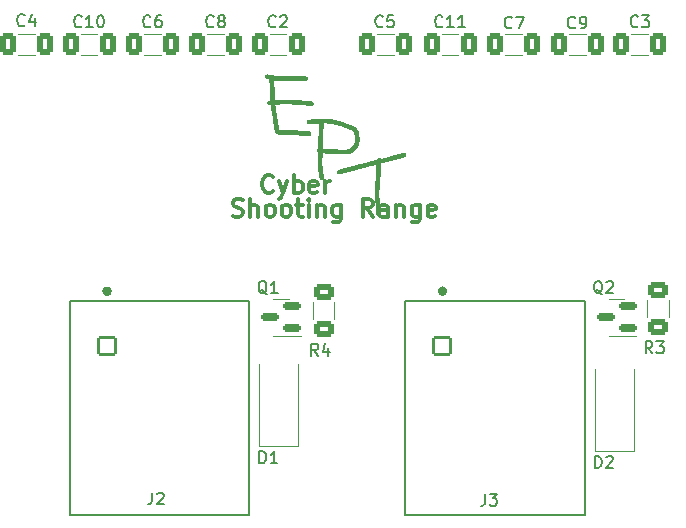
<source format=gto>
G04 #@! TF.GenerationSoftware,KiCad,Pcbnew,6.0.11+dfsg-1*
G04 #@! TF.CreationDate,2025-03-22T20:51:54+01:00*
G04 #@! TF.ProjectId,shootingrangepcb,73686f6f-7469-46e6-9772-616e67657063,rev?*
G04 #@! TF.SameCoordinates,Original*
G04 #@! TF.FileFunction,Legend,Top*
G04 #@! TF.FilePolarity,Positive*
%FSLAX46Y46*%
G04 Gerber Fmt 4.6, Leading zero omitted, Abs format (unit mm)*
G04 Created by KiCad (PCBNEW 6.0.11+dfsg-1) date 2025-03-22 20:51:54*
%MOMM*%
%LPD*%
G01*
G04 APERTURE LIST*
G04 Aperture macros list*
%AMRoundRect*
0 Rectangle with rounded corners*
0 $1 Rounding radius*
0 $2 $3 $4 $5 $6 $7 $8 $9 X,Y pos of 4 corners*
0 Add a 4 corners polygon primitive as box body*
4,1,4,$2,$3,$4,$5,$6,$7,$8,$9,$2,$3,0*
0 Add four circle primitives for the rounded corners*
1,1,$1+$1,$2,$3*
1,1,$1+$1,$4,$5*
1,1,$1+$1,$6,$7*
1,1,$1+$1,$8,$9*
0 Add four rect primitives between the rounded corners*
20,1,$1+$1,$2,$3,$4,$5,0*
20,1,$1+$1,$4,$5,$6,$7,0*
20,1,$1+$1,$6,$7,$8,$9,0*
20,1,$1+$1,$8,$9,$2,$3,0*%
G04 Aperture macros list end*
%ADD10C,0.300000*%
%ADD11C,0.150000*%
%ADD12C,0.400000*%
%ADD13C,0.127000*%
%ADD14C,0.120000*%
%ADD15C,1.612000*%
%ADD16C,3.250000*%
%ADD17RoundRect,0.102000X-0.704000X0.704000X-0.704000X-0.704000X0.704000X-0.704000X0.704000X0.704000X0*%
%ADD18R,1.700000X1.700000*%
%ADD19O,1.700000X1.700000*%
%ADD20RoundRect,0.250000X0.412500X0.650000X-0.412500X0.650000X-0.412500X-0.650000X0.412500X-0.650000X0*%
%ADD21C,2.700000*%
%ADD22RoundRect,0.150000X0.587500X0.150000X-0.587500X0.150000X-0.587500X-0.150000X0.587500X-0.150000X0*%
%ADD23RoundRect,0.250000X-0.625000X0.400000X-0.625000X-0.400000X0.625000X-0.400000X0.625000X0.400000X0*%
%ADD24R,1.800000X3.500000*%
G04 APERTURE END LIST*
D10*
X123992857Y-74407142D02*
X124207142Y-74478571D01*
X124564285Y-74478571D01*
X124707142Y-74407142D01*
X124778571Y-74335714D01*
X124850000Y-74192857D01*
X124850000Y-74050000D01*
X124778571Y-73907142D01*
X124707142Y-73835714D01*
X124564285Y-73764285D01*
X124278571Y-73692857D01*
X124135714Y-73621428D01*
X124064285Y-73550000D01*
X123992857Y-73407142D01*
X123992857Y-73264285D01*
X124064285Y-73121428D01*
X124135714Y-73050000D01*
X124278571Y-72978571D01*
X124635714Y-72978571D01*
X124850000Y-73050000D01*
X125492857Y-74478571D02*
X125492857Y-72978571D01*
X126135714Y-74478571D02*
X126135714Y-73692857D01*
X126064285Y-73550000D01*
X125921428Y-73478571D01*
X125707142Y-73478571D01*
X125564285Y-73550000D01*
X125492857Y-73621428D01*
X127064285Y-74478571D02*
X126921428Y-74407142D01*
X126850000Y-74335714D01*
X126778571Y-74192857D01*
X126778571Y-73764285D01*
X126850000Y-73621428D01*
X126921428Y-73550000D01*
X127064285Y-73478571D01*
X127278571Y-73478571D01*
X127421428Y-73550000D01*
X127492857Y-73621428D01*
X127564285Y-73764285D01*
X127564285Y-74192857D01*
X127492857Y-74335714D01*
X127421428Y-74407142D01*
X127278571Y-74478571D01*
X127064285Y-74478571D01*
X128421428Y-74478571D02*
X128278571Y-74407142D01*
X128207142Y-74335714D01*
X128135714Y-74192857D01*
X128135714Y-73764285D01*
X128207142Y-73621428D01*
X128278571Y-73550000D01*
X128421428Y-73478571D01*
X128635714Y-73478571D01*
X128778571Y-73550000D01*
X128850000Y-73621428D01*
X128921428Y-73764285D01*
X128921428Y-74192857D01*
X128850000Y-74335714D01*
X128778571Y-74407142D01*
X128635714Y-74478571D01*
X128421428Y-74478571D01*
X129350000Y-73478571D02*
X129921428Y-73478571D01*
X129564285Y-72978571D02*
X129564285Y-74264285D01*
X129635714Y-74407142D01*
X129778571Y-74478571D01*
X129921428Y-74478571D01*
X130421428Y-74478571D02*
X130421428Y-73478571D01*
X130421428Y-72978571D02*
X130350000Y-73050000D01*
X130421428Y-73121428D01*
X130492857Y-73050000D01*
X130421428Y-72978571D01*
X130421428Y-73121428D01*
X131135714Y-73478571D02*
X131135714Y-74478571D01*
X131135714Y-73621428D02*
X131207142Y-73550000D01*
X131350000Y-73478571D01*
X131564285Y-73478571D01*
X131707142Y-73550000D01*
X131778571Y-73692857D01*
X131778571Y-74478571D01*
X133135714Y-73478571D02*
X133135714Y-74692857D01*
X133064285Y-74835714D01*
X132992857Y-74907142D01*
X132850000Y-74978571D01*
X132635714Y-74978571D01*
X132492857Y-74907142D01*
X133135714Y-74407142D02*
X132992857Y-74478571D01*
X132707142Y-74478571D01*
X132564285Y-74407142D01*
X132492857Y-74335714D01*
X132421428Y-74192857D01*
X132421428Y-73764285D01*
X132492857Y-73621428D01*
X132564285Y-73550000D01*
X132707142Y-73478571D01*
X132992857Y-73478571D01*
X133135714Y-73550000D01*
X135850000Y-74478571D02*
X135350000Y-73764285D01*
X134992857Y-74478571D02*
X134992857Y-72978571D01*
X135564285Y-72978571D01*
X135707142Y-73050000D01*
X135778571Y-73121428D01*
X135850000Y-73264285D01*
X135850000Y-73478571D01*
X135778571Y-73621428D01*
X135707142Y-73692857D01*
X135564285Y-73764285D01*
X134992857Y-73764285D01*
X137135714Y-74478571D02*
X137135714Y-73692857D01*
X137064285Y-73550000D01*
X136921428Y-73478571D01*
X136635714Y-73478571D01*
X136492857Y-73550000D01*
X137135714Y-74407142D02*
X136992857Y-74478571D01*
X136635714Y-74478571D01*
X136492857Y-74407142D01*
X136421428Y-74264285D01*
X136421428Y-74121428D01*
X136492857Y-73978571D01*
X136635714Y-73907142D01*
X136992857Y-73907142D01*
X137135714Y-73835714D01*
X137850000Y-73478571D02*
X137850000Y-74478571D01*
X137850000Y-73621428D02*
X137921428Y-73550000D01*
X138064285Y-73478571D01*
X138278571Y-73478571D01*
X138421428Y-73550000D01*
X138492857Y-73692857D01*
X138492857Y-74478571D01*
X139850000Y-73478571D02*
X139850000Y-74692857D01*
X139778571Y-74835714D01*
X139707142Y-74907142D01*
X139564285Y-74978571D01*
X139350000Y-74978571D01*
X139207142Y-74907142D01*
X139850000Y-74407142D02*
X139707142Y-74478571D01*
X139421428Y-74478571D01*
X139278571Y-74407142D01*
X139207142Y-74335714D01*
X139135714Y-74192857D01*
X139135714Y-73764285D01*
X139207142Y-73621428D01*
X139278571Y-73550000D01*
X139421428Y-73478571D01*
X139707142Y-73478571D01*
X139850000Y-73550000D01*
X141135714Y-74407142D02*
X140992857Y-74478571D01*
X140707142Y-74478571D01*
X140564285Y-74407142D01*
X140492857Y-74264285D01*
X140492857Y-73692857D01*
X140564285Y-73550000D01*
X140707142Y-73478571D01*
X140992857Y-73478571D01*
X141135714Y-73550000D01*
X141207142Y-73692857D01*
X141207142Y-73835714D01*
X140492857Y-73978571D01*
X127407142Y-72335714D02*
X127335714Y-72407142D01*
X127121428Y-72478571D01*
X126978571Y-72478571D01*
X126764285Y-72407142D01*
X126621428Y-72264285D01*
X126550000Y-72121428D01*
X126478571Y-71835714D01*
X126478571Y-71621428D01*
X126550000Y-71335714D01*
X126621428Y-71192857D01*
X126764285Y-71050000D01*
X126978571Y-70978571D01*
X127121428Y-70978571D01*
X127335714Y-71050000D01*
X127407142Y-71121428D01*
X127907142Y-71478571D02*
X128264285Y-72478571D01*
X128621428Y-71478571D02*
X128264285Y-72478571D01*
X128121428Y-72835714D01*
X128050000Y-72907142D01*
X127907142Y-72978571D01*
X129192857Y-72478571D02*
X129192857Y-70978571D01*
X129192857Y-71550000D02*
X129335714Y-71478571D01*
X129621428Y-71478571D01*
X129764285Y-71550000D01*
X129835714Y-71621428D01*
X129907142Y-71764285D01*
X129907142Y-72192857D01*
X129835714Y-72335714D01*
X129764285Y-72407142D01*
X129621428Y-72478571D01*
X129335714Y-72478571D01*
X129192857Y-72407142D01*
X131121428Y-72407142D02*
X130978571Y-72478571D01*
X130692857Y-72478571D01*
X130550000Y-72407142D01*
X130478571Y-72264285D01*
X130478571Y-71692857D01*
X130550000Y-71550000D01*
X130692857Y-71478571D01*
X130978571Y-71478571D01*
X131121428Y-71550000D01*
X131192857Y-71692857D01*
X131192857Y-71835714D01*
X130478571Y-71978571D01*
X131835714Y-72478571D02*
X131835714Y-71478571D01*
X131835714Y-71764285D02*
X131907142Y-71621428D01*
X131978571Y-71550000D01*
X132121428Y-71478571D01*
X132264285Y-71478571D01*
D11*
X145366139Y-97951514D02*
X145366139Y-98666930D01*
X145318444Y-98810013D01*
X145223055Y-98905402D01*
X145079972Y-98953097D01*
X144984583Y-98953097D01*
X145747694Y-97951514D02*
X146367722Y-97951514D01*
X146033861Y-98333069D01*
X146176944Y-98333069D01*
X146272333Y-98380763D01*
X146320027Y-98428458D01*
X146367722Y-98523847D01*
X146367722Y-98762319D01*
X146320027Y-98857708D01*
X146272333Y-98905402D01*
X146176944Y-98953097D01*
X145890777Y-98953097D01*
X145795388Y-98905402D01*
X145747694Y-98857708D01*
X117166139Y-97851514D02*
X117166139Y-98566930D01*
X117118444Y-98710013D01*
X117023055Y-98805402D01*
X116879972Y-98853097D01*
X116784583Y-98853097D01*
X117595388Y-97946902D02*
X117643083Y-97899208D01*
X117738472Y-97851514D01*
X117976944Y-97851514D01*
X118072333Y-97899208D01*
X118120027Y-97946902D01*
X118167722Y-98042291D01*
X118167722Y-98137680D01*
X118120027Y-98280763D01*
X117547694Y-98853097D01*
X118167722Y-98853097D01*
X136695833Y-58357142D02*
X136648214Y-58404761D01*
X136505357Y-58452380D01*
X136410119Y-58452380D01*
X136267261Y-58404761D01*
X136172023Y-58309523D01*
X136124404Y-58214285D01*
X136076785Y-58023809D01*
X136076785Y-57880952D01*
X136124404Y-57690476D01*
X136172023Y-57595238D01*
X136267261Y-57500000D01*
X136410119Y-57452380D01*
X136505357Y-57452380D01*
X136648214Y-57500000D01*
X136695833Y-57547619D01*
X137600595Y-57452380D02*
X137124404Y-57452380D01*
X137076785Y-57928571D01*
X137124404Y-57880952D01*
X137219642Y-57833333D01*
X137457738Y-57833333D01*
X137552976Y-57880952D01*
X137600595Y-57928571D01*
X137648214Y-58023809D01*
X137648214Y-58261904D01*
X137600595Y-58357142D01*
X137552976Y-58404761D01*
X137457738Y-58452380D01*
X137219642Y-58452380D01*
X137124404Y-58404761D01*
X137076785Y-58357142D01*
X141757142Y-58357142D02*
X141709523Y-58404761D01*
X141566666Y-58452380D01*
X141471428Y-58452380D01*
X141328571Y-58404761D01*
X141233333Y-58309523D01*
X141185714Y-58214285D01*
X141138095Y-58023809D01*
X141138095Y-57880952D01*
X141185714Y-57690476D01*
X141233333Y-57595238D01*
X141328571Y-57500000D01*
X141471428Y-57452380D01*
X141566666Y-57452380D01*
X141709523Y-57500000D01*
X141757142Y-57547619D01*
X142709523Y-58452380D02*
X142138095Y-58452380D01*
X142423809Y-58452380D02*
X142423809Y-57452380D01*
X142328571Y-57595238D01*
X142233333Y-57690476D01*
X142138095Y-57738095D01*
X143661904Y-58452380D02*
X143090476Y-58452380D01*
X143376190Y-58452380D02*
X143376190Y-57452380D01*
X143280952Y-57595238D01*
X143185714Y-57690476D01*
X143090476Y-57738095D01*
X152995833Y-58457142D02*
X152948214Y-58504761D01*
X152805357Y-58552380D01*
X152710119Y-58552380D01*
X152567261Y-58504761D01*
X152472023Y-58409523D01*
X152424404Y-58314285D01*
X152376785Y-58123809D01*
X152376785Y-57980952D01*
X152424404Y-57790476D01*
X152472023Y-57695238D01*
X152567261Y-57600000D01*
X152710119Y-57552380D01*
X152805357Y-57552380D01*
X152948214Y-57600000D01*
X152995833Y-57647619D01*
X153472023Y-58552380D02*
X153662500Y-58552380D01*
X153757738Y-58504761D01*
X153805357Y-58457142D01*
X153900595Y-58314285D01*
X153948214Y-58123809D01*
X153948214Y-57742857D01*
X153900595Y-57647619D01*
X153852976Y-57600000D01*
X153757738Y-57552380D01*
X153567261Y-57552380D01*
X153472023Y-57600000D01*
X153424404Y-57647619D01*
X153376785Y-57742857D01*
X153376785Y-57980952D01*
X153424404Y-58076190D01*
X153472023Y-58123809D01*
X153567261Y-58171428D01*
X153757738Y-58171428D01*
X153852976Y-58123809D01*
X153900595Y-58076190D01*
X153948214Y-57980952D01*
X155304761Y-81047619D02*
X155209523Y-81000000D01*
X155114285Y-80904761D01*
X154971428Y-80761904D01*
X154876190Y-80714285D01*
X154780952Y-80714285D01*
X154828571Y-80952380D02*
X154733333Y-80904761D01*
X154638095Y-80809523D01*
X154590476Y-80619047D01*
X154590476Y-80285714D01*
X154638095Y-80095238D01*
X154733333Y-80000000D01*
X154828571Y-79952380D01*
X155019047Y-79952380D01*
X155114285Y-80000000D01*
X155209523Y-80095238D01*
X155257142Y-80285714D01*
X155257142Y-80619047D01*
X155209523Y-80809523D01*
X155114285Y-80904761D01*
X155019047Y-80952380D01*
X154828571Y-80952380D01*
X155638095Y-80047619D02*
X155685714Y-80000000D01*
X155780952Y-79952380D01*
X156019047Y-79952380D01*
X156114285Y-80000000D01*
X156161904Y-80047619D01*
X156209523Y-80142857D01*
X156209523Y-80238095D01*
X156161904Y-80380952D01*
X155590476Y-80952380D01*
X156209523Y-80952380D01*
X122370833Y-58357142D02*
X122323214Y-58404761D01*
X122180357Y-58452380D01*
X122085119Y-58452380D01*
X121942261Y-58404761D01*
X121847023Y-58309523D01*
X121799404Y-58214285D01*
X121751785Y-58023809D01*
X121751785Y-57880952D01*
X121799404Y-57690476D01*
X121847023Y-57595238D01*
X121942261Y-57500000D01*
X122085119Y-57452380D01*
X122180357Y-57452380D01*
X122323214Y-57500000D01*
X122370833Y-57547619D01*
X122942261Y-57880952D02*
X122847023Y-57833333D01*
X122799404Y-57785714D01*
X122751785Y-57690476D01*
X122751785Y-57642857D01*
X122799404Y-57547619D01*
X122847023Y-57500000D01*
X122942261Y-57452380D01*
X123132738Y-57452380D01*
X123227976Y-57500000D01*
X123275595Y-57547619D01*
X123323214Y-57642857D01*
X123323214Y-57690476D01*
X123275595Y-57785714D01*
X123227976Y-57833333D01*
X123132738Y-57880952D01*
X122942261Y-57880952D01*
X122847023Y-57928571D01*
X122799404Y-57976190D01*
X122751785Y-58071428D01*
X122751785Y-58261904D01*
X122799404Y-58357142D01*
X122847023Y-58404761D01*
X122942261Y-58452380D01*
X123132738Y-58452380D01*
X123227976Y-58404761D01*
X123275595Y-58357142D01*
X123323214Y-58261904D01*
X123323214Y-58071428D01*
X123275595Y-57976190D01*
X123227976Y-57928571D01*
X123132738Y-57880952D01*
X159533333Y-86052380D02*
X159200000Y-85576190D01*
X158961904Y-86052380D02*
X158961904Y-85052380D01*
X159342857Y-85052380D01*
X159438095Y-85100000D01*
X159485714Y-85147619D01*
X159533333Y-85242857D01*
X159533333Y-85385714D01*
X159485714Y-85480952D01*
X159438095Y-85528571D01*
X159342857Y-85576190D01*
X158961904Y-85576190D01*
X159866666Y-85052380D02*
X160485714Y-85052380D01*
X160152380Y-85433333D01*
X160295238Y-85433333D01*
X160390476Y-85480952D01*
X160438095Y-85528571D01*
X160485714Y-85623809D01*
X160485714Y-85861904D01*
X160438095Y-85957142D01*
X160390476Y-86004761D01*
X160295238Y-86052380D01*
X160009523Y-86052380D01*
X159914285Y-86004761D01*
X159866666Y-85957142D01*
X106370833Y-58257142D02*
X106323214Y-58304761D01*
X106180357Y-58352380D01*
X106085119Y-58352380D01*
X105942261Y-58304761D01*
X105847023Y-58209523D01*
X105799404Y-58114285D01*
X105751785Y-57923809D01*
X105751785Y-57780952D01*
X105799404Y-57590476D01*
X105847023Y-57495238D01*
X105942261Y-57400000D01*
X106085119Y-57352380D01*
X106180357Y-57352380D01*
X106323214Y-57400000D01*
X106370833Y-57447619D01*
X107227976Y-57685714D02*
X107227976Y-58352380D01*
X106989880Y-57304761D02*
X106751785Y-58019047D01*
X107370833Y-58019047D01*
X154661904Y-95752380D02*
X154661904Y-94752380D01*
X154900000Y-94752380D01*
X155042857Y-94800000D01*
X155138095Y-94895238D01*
X155185714Y-94990476D01*
X155233333Y-95180952D01*
X155233333Y-95323809D01*
X155185714Y-95514285D01*
X155138095Y-95609523D01*
X155042857Y-95704761D01*
X154900000Y-95752380D01*
X154661904Y-95752380D01*
X155614285Y-94847619D02*
X155661904Y-94800000D01*
X155757142Y-94752380D01*
X155995238Y-94752380D01*
X156090476Y-94800000D01*
X156138095Y-94847619D01*
X156185714Y-94942857D01*
X156185714Y-95038095D01*
X156138095Y-95180952D01*
X155566666Y-95752380D01*
X156185714Y-95752380D01*
X117033333Y-58357142D02*
X116985714Y-58404761D01*
X116842857Y-58452380D01*
X116747619Y-58452380D01*
X116604761Y-58404761D01*
X116509523Y-58309523D01*
X116461904Y-58214285D01*
X116414285Y-58023809D01*
X116414285Y-57880952D01*
X116461904Y-57690476D01*
X116509523Y-57595238D01*
X116604761Y-57500000D01*
X116747619Y-57452380D01*
X116842857Y-57452380D01*
X116985714Y-57500000D01*
X117033333Y-57547619D01*
X117890476Y-57452380D02*
X117700000Y-57452380D01*
X117604761Y-57500000D01*
X117557142Y-57547619D01*
X117461904Y-57690476D01*
X117414285Y-57880952D01*
X117414285Y-58261904D01*
X117461904Y-58357142D01*
X117509523Y-58404761D01*
X117604761Y-58452380D01*
X117795238Y-58452380D01*
X117890476Y-58404761D01*
X117938095Y-58357142D01*
X117985714Y-58261904D01*
X117985714Y-58023809D01*
X117938095Y-57928571D01*
X117890476Y-57880952D01*
X117795238Y-57833333D01*
X117604761Y-57833333D01*
X117509523Y-57880952D01*
X117461904Y-57928571D01*
X117414285Y-58023809D01*
X127633333Y-58357142D02*
X127585714Y-58404761D01*
X127442857Y-58452380D01*
X127347619Y-58452380D01*
X127204761Y-58404761D01*
X127109523Y-58309523D01*
X127061904Y-58214285D01*
X127014285Y-58023809D01*
X127014285Y-57880952D01*
X127061904Y-57690476D01*
X127109523Y-57595238D01*
X127204761Y-57500000D01*
X127347619Y-57452380D01*
X127442857Y-57452380D01*
X127585714Y-57500000D01*
X127633333Y-57547619D01*
X128014285Y-57547619D02*
X128061904Y-57500000D01*
X128157142Y-57452380D01*
X128395238Y-57452380D01*
X128490476Y-57500000D01*
X128538095Y-57547619D01*
X128585714Y-57642857D01*
X128585714Y-57738095D01*
X128538095Y-57880952D01*
X127966666Y-58452380D01*
X128585714Y-58452380D01*
X126904761Y-81047619D02*
X126809523Y-81000000D01*
X126714285Y-80904761D01*
X126571428Y-80761904D01*
X126476190Y-80714285D01*
X126380952Y-80714285D01*
X126428571Y-80952380D02*
X126333333Y-80904761D01*
X126238095Y-80809523D01*
X126190476Y-80619047D01*
X126190476Y-80285714D01*
X126238095Y-80095238D01*
X126333333Y-80000000D01*
X126428571Y-79952380D01*
X126619047Y-79952380D01*
X126714285Y-80000000D01*
X126809523Y-80095238D01*
X126857142Y-80285714D01*
X126857142Y-80619047D01*
X126809523Y-80809523D01*
X126714285Y-80904761D01*
X126619047Y-80952380D01*
X126428571Y-80952380D01*
X127809523Y-80952380D02*
X127238095Y-80952380D01*
X127523809Y-80952380D02*
X127523809Y-79952380D01*
X127428571Y-80095238D01*
X127333333Y-80190476D01*
X127238095Y-80238095D01*
D10*
D11*
X131233333Y-86252380D02*
X130900000Y-85776190D01*
X130661904Y-86252380D02*
X130661904Y-85252380D01*
X131042857Y-85252380D01*
X131138095Y-85300000D01*
X131185714Y-85347619D01*
X131233333Y-85442857D01*
X131233333Y-85585714D01*
X131185714Y-85680952D01*
X131138095Y-85728571D01*
X131042857Y-85776190D01*
X130661904Y-85776190D01*
X132090476Y-85585714D02*
X132090476Y-86252380D01*
X131852380Y-85204761D02*
X131614285Y-85919047D01*
X132233333Y-85919047D01*
X111194642Y-58357142D02*
X111147023Y-58404761D01*
X111004166Y-58452380D01*
X110908928Y-58452380D01*
X110766071Y-58404761D01*
X110670833Y-58309523D01*
X110623214Y-58214285D01*
X110575595Y-58023809D01*
X110575595Y-57880952D01*
X110623214Y-57690476D01*
X110670833Y-57595238D01*
X110766071Y-57500000D01*
X110908928Y-57452380D01*
X111004166Y-57452380D01*
X111147023Y-57500000D01*
X111194642Y-57547619D01*
X112147023Y-58452380D02*
X111575595Y-58452380D01*
X111861309Y-58452380D02*
X111861309Y-57452380D01*
X111766071Y-57595238D01*
X111670833Y-57690476D01*
X111575595Y-57738095D01*
X112766071Y-57452380D02*
X112861309Y-57452380D01*
X112956547Y-57500000D01*
X113004166Y-57547619D01*
X113051785Y-57642857D01*
X113099404Y-57833333D01*
X113099404Y-58071428D01*
X113051785Y-58261904D01*
X113004166Y-58357142D01*
X112956547Y-58404761D01*
X112861309Y-58452380D01*
X112766071Y-58452380D01*
X112670833Y-58404761D01*
X112623214Y-58357142D01*
X112575595Y-58261904D01*
X112527976Y-58071428D01*
X112527976Y-57833333D01*
X112575595Y-57642857D01*
X112623214Y-57547619D01*
X112670833Y-57500000D01*
X112766071Y-57452380D01*
X147633333Y-58457142D02*
X147585714Y-58504761D01*
X147442857Y-58552380D01*
X147347619Y-58552380D01*
X147204761Y-58504761D01*
X147109523Y-58409523D01*
X147061904Y-58314285D01*
X147014285Y-58123809D01*
X147014285Y-57980952D01*
X147061904Y-57790476D01*
X147109523Y-57695238D01*
X147204761Y-57600000D01*
X147347619Y-57552380D01*
X147442857Y-57552380D01*
X147585714Y-57600000D01*
X147633333Y-57647619D01*
X147966666Y-57552380D02*
X148633333Y-57552380D01*
X148204761Y-58552380D01*
X126261904Y-95352380D02*
X126261904Y-94352380D01*
X126500000Y-94352380D01*
X126642857Y-94400000D01*
X126738095Y-94495238D01*
X126785714Y-94590476D01*
X126833333Y-94780952D01*
X126833333Y-94923809D01*
X126785714Y-95114285D01*
X126738095Y-95209523D01*
X126642857Y-95304761D01*
X126500000Y-95352380D01*
X126261904Y-95352380D01*
X127785714Y-95352380D02*
X127214285Y-95352380D01*
X127500000Y-95352380D02*
X127500000Y-94352380D01*
X127404761Y-94495238D01*
X127309523Y-94590476D01*
X127214285Y-94638095D01*
X158295833Y-58357142D02*
X158248214Y-58404761D01*
X158105357Y-58452380D01*
X158010119Y-58452380D01*
X157867261Y-58404761D01*
X157772023Y-58309523D01*
X157724404Y-58214285D01*
X157676785Y-58023809D01*
X157676785Y-57880952D01*
X157724404Y-57690476D01*
X157772023Y-57595238D01*
X157867261Y-57500000D01*
X158010119Y-57452380D01*
X158105357Y-57452380D01*
X158248214Y-57500000D01*
X158295833Y-57547619D01*
X158629166Y-57452380D02*
X159248214Y-57452380D01*
X158914880Y-57833333D01*
X159057738Y-57833333D01*
X159152976Y-57880952D01*
X159200595Y-57928571D01*
X159248214Y-58023809D01*
X159248214Y-58261904D01*
X159200595Y-58357142D01*
X159152976Y-58404761D01*
X159057738Y-58452380D01*
X158772023Y-58452380D01*
X158676785Y-58404761D01*
X158629166Y-58357142D01*
D12*
X141955000Y-80805000D02*
G75*
G03*
X141955000Y-80805000I-200000J0D01*
G01*
D13*
X153800000Y-99720000D02*
X138600000Y-99720000D01*
X138600000Y-99720000D02*
X138600000Y-81620000D01*
X138600000Y-81620000D02*
X153800000Y-81620000D01*
X153800000Y-81620000D02*
X153800000Y-99720000D01*
D12*
X113555000Y-80805000D02*
G75*
G03*
X113555000Y-80805000I-200000J0D01*
G01*
D13*
X125400000Y-99720000D02*
X110200000Y-99720000D01*
X110200000Y-99720000D02*
X110200000Y-81620000D01*
X110200000Y-81620000D02*
X125400000Y-81620000D01*
X125400000Y-81620000D02*
X125400000Y-99720000D01*
D14*
X137611252Y-60810000D02*
X136188748Y-60810000D01*
X137611252Y-58990000D02*
X136188748Y-58990000D01*
X143111252Y-60810000D02*
X141688748Y-60810000D01*
X143111252Y-58990000D02*
X141688748Y-58990000D01*
X153873752Y-60810000D02*
X152451248Y-60810000D01*
X153873752Y-58990000D02*
X152451248Y-58990000D01*
X156500000Y-81440000D02*
X155850000Y-81440000D01*
X156500000Y-81440000D02*
X157150000Y-81440000D01*
X156500000Y-84560000D02*
X155850000Y-84560000D01*
X156500000Y-84560000D02*
X158175000Y-84560000D01*
X123248752Y-58990000D02*
X121826248Y-58990000D01*
X123248752Y-60810000D02*
X121826248Y-60810000D01*
X160910000Y-81522936D02*
X160910000Y-82977064D01*
X159090000Y-81522936D02*
X159090000Y-82977064D01*
X107248752Y-58990000D02*
X105826248Y-58990000D01*
X107248752Y-60810000D02*
X105826248Y-60810000D01*
X154650000Y-94300000D02*
X157950000Y-94300000D01*
X157950000Y-94300000D02*
X157950000Y-87400000D01*
X154650000Y-94300000D02*
X154650000Y-87400000D01*
X117911252Y-60810000D02*
X116488748Y-60810000D01*
X117911252Y-58990000D02*
X116488748Y-58990000D01*
X128548752Y-58990000D02*
X127126248Y-58990000D01*
X128548752Y-60810000D02*
X127126248Y-60810000D01*
X128100000Y-81440000D02*
X128750000Y-81440000D01*
X128100000Y-81440000D02*
X127450000Y-81440000D01*
X128100000Y-84560000D02*
X127450000Y-84560000D01*
X128100000Y-84560000D02*
X129775000Y-84560000D01*
G36*
X138507362Y-69075808D02*
G01*
X138512335Y-69075997D01*
X138512585Y-69076008D01*
X138552933Y-69081134D01*
X138587681Y-69093150D01*
X138619114Y-69113121D01*
X138645759Y-69138024D01*
X138673155Y-69174019D01*
X138691150Y-69212955D01*
X138699639Y-69254075D01*
X138698513Y-69296621D01*
X138687666Y-69339836D01*
X138677610Y-69363427D01*
X138661006Y-69389383D01*
X138638005Y-69414717D01*
X138611609Y-69436626D01*
X138584819Y-69452306D01*
X138580478Y-69454136D01*
X138573033Y-69456430D01*
X138556377Y-69461109D01*
X138530982Y-69468051D01*
X138497317Y-69477130D01*
X138455855Y-69488223D01*
X138407065Y-69501205D01*
X138351420Y-69515952D01*
X138289389Y-69532340D01*
X138221445Y-69550245D01*
X138148057Y-69569543D01*
X138069697Y-69590109D01*
X137986836Y-69611820D01*
X137899945Y-69634550D01*
X137809495Y-69658177D01*
X137715956Y-69682575D01*
X137619800Y-69707620D01*
X137568419Y-69720989D01*
X137471459Y-69746223D01*
X137377082Y-69770815D01*
X137285743Y-69794644D01*
X137197899Y-69817590D01*
X137114005Y-69839533D01*
X137034518Y-69860354D01*
X136959892Y-69879932D01*
X136890585Y-69898147D01*
X136827052Y-69914879D01*
X136769748Y-69930009D01*
X136719131Y-69943416D01*
X136675655Y-69954980D01*
X136639777Y-69964581D01*
X136611953Y-69972099D01*
X136592638Y-69977415D01*
X136582289Y-69980407D01*
X136580576Y-69981028D01*
X136579595Y-69986818D01*
X136578138Y-70001293D01*
X136576306Y-70023152D01*
X136574203Y-70051094D01*
X136571928Y-70083818D01*
X136569586Y-70120023D01*
X136569194Y-70126334D01*
X136561190Y-70255223D01*
X136553068Y-70384458D01*
X136544863Y-70513506D01*
X136536612Y-70641836D01*
X136528353Y-70768915D01*
X136520122Y-70894211D01*
X136511956Y-71017191D01*
X136503892Y-71137322D01*
X136495967Y-71254074D01*
X136488218Y-71366913D01*
X136480681Y-71475306D01*
X136473394Y-71578723D01*
X136466393Y-71676629D01*
X136459715Y-71768493D01*
X136453398Y-71853783D01*
X136447477Y-71931966D01*
X136441991Y-72002510D01*
X136436975Y-72064882D01*
X136432467Y-72118550D01*
X136428503Y-72162982D01*
X136427061Y-72178224D01*
X136423615Y-72214713D01*
X136420804Y-72246887D01*
X136418562Y-72276391D01*
X136416827Y-72304872D01*
X136415534Y-72333974D01*
X136414620Y-72365345D01*
X136414021Y-72400628D01*
X136413673Y-72441471D01*
X136413512Y-72489518D01*
X136413476Y-72528293D01*
X136413643Y-72589719D01*
X136414168Y-72646152D01*
X136415031Y-72696622D01*
X136416208Y-72740156D01*
X136417679Y-72775785D01*
X136419421Y-72802538D01*
X136419716Y-72805848D01*
X136429946Y-72906372D01*
X136441252Y-72999341D01*
X136454010Y-73087176D01*
X136468595Y-73172298D01*
X136485383Y-73257129D01*
X136499972Y-73323450D01*
X136515153Y-73391299D01*
X136527754Y-73451563D01*
X136538002Y-73506253D01*
X136546124Y-73557385D01*
X136552348Y-73606972D01*
X136556901Y-73657026D01*
X136560011Y-73709562D01*
X136561906Y-73766594D01*
X136562813Y-73830133D01*
X136562982Y-73881059D01*
X136562698Y-73946893D01*
X136561777Y-74004252D01*
X136560117Y-74054651D01*
X136557615Y-74099604D01*
X136554169Y-74140623D01*
X136549676Y-74179223D01*
X136544035Y-74216917D01*
X136537940Y-74251060D01*
X136525139Y-74296257D01*
X136505339Y-74336101D01*
X136479268Y-74369625D01*
X136447656Y-74395859D01*
X136416926Y-74411723D01*
X136391378Y-74419007D01*
X136361151Y-74423481D01*
X136329901Y-74424946D01*
X136301286Y-74423199D01*
X136282096Y-74419146D01*
X136243307Y-74401634D01*
X136207905Y-74375129D01*
X136191667Y-74358816D01*
X136173543Y-74336466D01*
X136159974Y-74313281D01*
X136150708Y-74287829D01*
X136145497Y-74258674D01*
X136144092Y-74224383D01*
X136146244Y-74183521D01*
X136151703Y-74134654D01*
X136152143Y-74131342D01*
X136161824Y-74037469D01*
X136166768Y-73938140D01*
X136167032Y-73836235D01*
X136162676Y-73734635D01*
X136153756Y-73636222D01*
X136140332Y-73543874D01*
X136140264Y-73543493D01*
X136137431Y-73528998D01*
X136132791Y-73506923D01*
X136126812Y-73479428D01*
X136119964Y-73448673D01*
X136113021Y-73418140D01*
X136073378Y-73224473D01*
X136043400Y-73030617D01*
X136023113Y-72836963D01*
X136012544Y-72643903D01*
X136011719Y-72451828D01*
X136020666Y-72261129D01*
X136028143Y-72173223D01*
X136030637Y-72146111D01*
X136033640Y-72110932D01*
X136037112Y-72068248D01*
X136041016Y-72018621D01*
X136045314Y-71962615D01*
X136049967Y-71900791D01*
X136054937Y-71833713D01*
X136060185Y-71761942D01*
X136065674Y-71686042D01*
X136071365Y-71606575D01*
X136077220Y-71524103D01*
X136083201Y-71439188D01*
X136089269Y-71352394D01*
X136095386Y-71264283D01*
X136101514Y-71175418D01*
X136107614Y-71086360D01*
X136113649Y-70997673D01*
X136119580Y-70909919D01*
X136125368Y-70823660D01*
X136130976Y-70739459D01*
X136136365Y-70657879D01*
X136141497Y-70579482D01*
X136146334Y-70504830D01*
X136150838Y-70434487D01*
X136154969Y-70369014D01*
X136158690Y-70308974D01*
X136161963Y-70254930D01*
X136164750Y-70207444D01*
X136167011Y-70167079D01*
X136168709Y-70134397D01*
X136169806Y-70109961D01*
X136170263Y-70094333D01*
X136170042Y-70088075D01*
X136169997Y-70087999D01*
X136165038Y-70089066D01*
X136150765Y-70092566D01*
X136127541Y-70098403D01*
X136095729Y-70106484D01*
X136055692Y-70116716D01*
X136007794Y-70129003D01*
X135952398Y-70143253D01*
X135889866Y-70159371D01*
X135820563Y-70177262D01*
X135744851Y-70196834D01*
X135663094Y-70217992D01*
X135575655Y-70240642D01*
X135482897Y-70264690D01*
X135385184Y-70290042D01*
X135282878Y-70316604D01*
X135176344Y-70344283D01*
X135065944Y-70372983D01*
X134952041Y-70402612D01*
X134834999Y-70433075D01*
X134715181Y-70464278D01*
X134622633Y-70488391D01*
X134500565Y-70520199D01*
X134380813Y-70551397D01*
X134263752Y-70581887D01*
X134149755Y-70611573D01*
X134039195Y-70640358D01*
X133932445Y-70668144D01*
X133829880Y-70694834D01*
X133731873Y-70720331D01*
X133638797Y-70744539D01*
X133551026Y-70767360D01*
X133468933Y-70788696D01*
X133392891Y-70808452D01*
X133323276Y-70826529D01*
X133260458Y-70842832D01*
X133204814Y-70857262D01*
X133156714Y-70869722D01*
X133116535Y-70880116D01*
X133084648Y-70888347D01*
X133061427Y-70894317D01*
X133047246Y-70897929D01*
X133042870Y-70899009D01*
X133019538Y-70903416D01*
X132999598Y-70904387D01*
X132977136Y-70902147D01*
X132973759Y-70901637D01*
X132929617Y-70890129D01*
X132890888Y-70870473D01*
X132858226Y-70843317D01*
X132832285Y-70809309D01*
X132813716Y-70769098D01*
X132804790Y-70733948D01*
X132802528Y-70692963D01*
X132809352Y-70652518D01*
X132824401Y-70614217D01*
X132846817Y-70579665D01*
X132875739Y-70550464D01*
X132910308Y-70528220D01*
X132916631Y-70525270D01*
X132923162Y-70523253D01*
X132939012Y-70518817D01*
X132963817Y-70512056D01*
X132997215Y-70503066D01*
X133038844Y-70491942D01*
X133088339Y-70478779D01*
X133145341Y-70463674D01*
X133209484Y-70446720D01*
X133280408Y-70428014D01*
X133357748Y-70407650D01*
X133441144Y-70385725D01*
X133530232Y-70362333D01*
X133624649Y-70337570D01*
X133724034Y-70311530D01*
X133828022Y-70284310D01*
X133936253Y-70256005D01*
X134048363Y-70226709D01*
X134163990Y-70196519D01*
X134282771Y-70165530D01*
X134404343Y-70133836D01*
X134528345Y-70101533D01*
X134543598Y-70097562D01*
X134667901Y-70065194D01*
X134789837Y-70033440D01*
X134909044Y-70002393D01*
X135025156Y-69972149D01*
X135137812Y-69942802D01*
X135246647Y-69914447D01*
X135351298Y-69887178D01*
X135451401Y-69861092D01*
X135546593Y-69836281D01*
X135636511Y-69812842D01*
X135720791Y-69790869D01*
X135799069Y-69770456D01*
X135870982Y-69751699D01*
X135936167Y-69734692D01*
X135994260Y-69719530D01*
X136044897Y-69706308D01*
X136087715Y-69695120D01*
X136122351Y-69686062D01*
X136148441Y-69679227D01*
X136165621Y-69674712D01*
X136173529Y-69672609D01*
X136173834Y-69672525D01*
X136188972Y-69667696D01*
X136197159Y-69662571D01*
X136201198Y-69654645D01*
X136202985Y-69646499D01*
X136214676Y-69609101D01*
X136234865Y-69573785D01*
X136262048Y-69542755D01*
X136287559Y-69522665D01*
X136325879Y-69503222D01*
X136366772Y-69492643D01*
X136408653Y-69490770D01*
X136449939Y-69497446D01*
X136489046Y-69512513D01*
X136524391Y-69535811D01*
X136537320Y-69547600D01*
X136561400Y-69571680D01*
X137516479Y-69322893D01*
X137629499Y-69293454D01*
X137733255Y-69266435D01*
X137828163Y-69241733D01*
X137914638Y-69219245D01*
X137993094Y-69198868D01*
X138063947Y-69180499D01*
X138127612Y-69164036D01*
X138184503Y-69149375D01*
X138235037Y-69136414D01*
X138279628Y-69125050D01*
X138318691Y-69115179D01*
X138352641Y-69106700D01*
X138381893Y-69099508D01*
X138406863Y-69093502D01*
X138427966Y-69088578D01*
X138445616Y-69084634D01*
X138460228Y-69081566D01*
X138472218Y-69079273D01*
X138482001Y-69077650D01*
X138489992Y-69076594D01*
X138496606Y-69076005D01*
X138502258Y-69075777D01*
X138507362Y-69075808D01*
G37*
G36*
X131222496Y-68641110D02*
G01*
X131223555Y-68614718D01*
X131224869Y-68580695D01*
X131226396Y-68540221D01*
X131228090Y-68494479D01*
X131229908Y-68444651D01*
X131231806Y-68391919D01*
X131233740Y-68337465D01*
X131234794Y-68307462D01*
X131240620Y-68144955D01*
X131247053Y-67973019D01*
X131254069Y-67792208D01*
X131261647Y-67603078D01*
X131269765Y-67406180D01*
X131278400Y-67202071D01*
X131287257Y-66997546D01*
X131289942Y-66935665D01*
X131292455Y-66876718D01*
X131294766Y-66821461D01*
X131296845Y-66770653D01*
X131298663Y-66725050D01*
X131300190Y-66685409D01*
X131301396Y-66652488D01*
X131302253Y-66627043D01*
X131302730Y-66609832D01*
X131302798Y-66601611D01*
X131302728Y-66601002D01*
X131297361Y-66600766D01*
X131283286Y-66601188D01*
X131261770Y-66602186D01*
X131234078Y-66603682D01*
X131201478Y-66605597D01*
X131165236Y-66607851D01*
X131126619Y-66610364D01*
X131086893Y-66613058D01*
X131047325Y-66615852D01*
X131009182Y-66618667D01*
X130973730Y-66621424D01*
X130962119Y-66622366D01*
X130864697Y-66630987D01*
X130761397Y-66641259D01*
X130656127Y-66652779D01*
X130572042Y-66662753D01*
X130528738Y-66667798D01*
X130493692Y-66671117D01*
X130465305Y-66672684D01*
X130441979Y-66672475D01*
X130422115Y-66670465D01*
X130404114Y-66666627D01*
X130386378Y-66660938D01*
X130383271Y-66659783D01*
X130349282Y-66641843D01*
X130319253Y-66616105D01*
X130294270Y-66584351D01*
X130275419Y-66548365D01*
X130263783Y-66509928D01*
X130260450Y-66470822D01*
X130261220Y-66459331D01*
X130270443Y-66415686D01*
X130288060Y-66376157D01*
X130313205Y-66341835D01*
X130345013Y-66313811D01*
X130382619Y-66293179D01*
X130397007Y-66287901D01*
X130413841Y-66283697D01*
X130439726Y-66278902D01*
X130473736Y-66273616D01*
X130514945Y-66267937D01*
X130562427Y-66261965D01*
X130615255Y-66255798D01*
X130672503Y-66249536D01*
X130733244Y-66243277D01*
X130796552Y-66237121D01*
X130861501Y-66231167D01*
X130927163Y-66225513D01*
X130992614Y-66220259D01*
X131056925Y-66215503D01*
X131104647Y-66212272D01*
X131240557Y-66204522D01*
X131376625Y-66198810D01*
X131511487Y-66195138D01*
X131643777Y-66193509D01*
X131772133Y-66193928D01*
X131895191Y-66196396D01*
X132011588Y-66200918D01*
X132119958Y-66207497D01*
X132149853Y-66209803D01*
X132230186Y-66216952D01*
X132305468Y-66225067D01*
X132377685Y-66234488D01*
X132448820Y-66245556D01*
X132520860Y-66258614D01*
X132595789Y-66274003D01*
X132675592Y-66292065D01*
X132762254Y-66313140D01*
X132787478Y-66319490D01*
X132907498Y-66350645D01*
X133023131Y-66382255D01*
X133135677Y-66414763D01*
X133246433Y-66448612D01*
X133356698Y-66484246D01*
X133467772Y-66522109D01*
X133580952Y-66562644D01*
X133697537Y-66606295D01*
X133818827Y-66653506D01*
X133946119Y-66704720D01*
X134080712Y-66760380D01*
X134091931Y-66765079D01*
X134144989Y-66787385D01*
X134189774Y-66806378D01*
X134227276Y-66822519D01*
X134258488Y-66836269D01*
X134284399Y-66848087D01*
X134306001Y-66858435D01*
X134324283Y-66867771D01*
X134340238Y-66876557D01*
X134354854Y-66885253D01*
X134366610Y-66892686D01*
X134421752Y-66931770D01*
X134471135Y-66974296D01*
X134515195Y-67021021D01*
X134554370Y-67072700D01*
X134589098Y-67130089D01*
X134619815Y-67193943D01*
X134646960Y-67265019D01*
X134670970Y-67344071D01*
X134692282Y-67431855D01*
X134699919Y-67468431D01*
X134710877Y-67525910D01*
X134719603Y-67578665D01*
X134726369Y-67629281D01*
X134731444Y-67680343D01*
X134735100Y-67734433D01*
X134737607Y-67794138D01*
X134738806Y-67839870D01*
X134739155Y-67950952D01*
X134735195Y-68054097D01*
X134726783Y-68150464D01*
X134713777Y-68241207D01*
X134696035Y-68327485D01*
X134673414Y-68410453D01*
X134665397Y-68435655D01*
X134642230Y-68500321D01*
X134617527Y-68557422D01*
X134590147Y-68609385D01*
X134564702Y-68650161D01*
X134544888Y-68678284D01*
X134523794Y-68704930D01*
X134500070Y-68731523D01*
X134472366Y-68759486D01*
X134439334Y-68790244D01*
X134399624Y-68825222D01*
X134395295Y-68828954D01*
X134307927Y-68901288D01*
X134223646Y-68965004D01*
X134141444Y-69020610D01*
X134060312Y-69068613D01*
X133979240Y-69109521D01*
X133897220Y-69143840D01*
X133813243Y-69172078D01*
X133726300Y-69194743D01*
X133635383Y-69212340D01*
X133631631Y-69212949D01*
X133610956Y-69215570D01*
X133582822Y-69218128D01*
X133549770Y-69220447D01*
X133514342Y-69222347D01*
X133479080Y-69223652D01*
X133478324Y-69223673D01*
X133464395Y-69223988D01*
X133449867Y-69224169D01*
X133434256Y-69224193D01*
X133417075Y-69224033D01*
X133397841Y-69223668D01*
X133376069Y-69223072D01*
X133351273Y-69222221D01*
X133322969Y-69221092D01*
X133290672Y-69219659D01*
X133253898Y-69217900D01*
X133212160Y-69215789D01*
X133164976Y-69213303D01*
X133111859Y-69210418D01*
X133052324Y-69207109D01*
X132985888Y-69203352D01*
X132912065Y-69199124D01*
X132830371Y-69194400D01*
X132740320Y-69189155D01*
X132641428Y-69183366D01*
X132533209Y-69177009D01*
X132492260Y-69174600D01*
X132399197Y-69169136D01*
X132308833Y-69163859D01*
X132221672Y-69158797D01*
X132138220Y-69153979D01*
X132058981Y-69149432D01*
X131984460Y-69145184D01*
X131915161Y-69141265D01*
X131851589Y-69137701D01*
X131794248Y-69134522D01*
X131743643Y-69131756D01*
X131700279Y-69129430D01*
X131664659Y-69127574D01*
X131637290Y-69126215D01*
X131618675Y-69125381D01*
X131609319Y-69125101D01*
X131608266Y-69125159D01*
X131607539Y-69130754D01*
X131606722Y-69145448D01*
X131605830Y-69168339D01*
X131604881Y-69198527D01*
X131603890Y-69235108D01*
X131602874Y-69277182D01*
X131601850Y-69323846D01*
X131600833Y-69374198D01*
X131599840Y-69427337D01*
X131598887Y-69482360D01*
X131597991Y-69538366D01*
X131597168Y-69594454D01*
X131596435Y-69649720D01*
X131595807Y-69703264D01*
X131595301Y-69754183D01*
X131594934Y-69801576D01*
X131594721Y-69844540D01*
X131594674Y-69875271D01*
X131594821Y-69924419D01*
X131595208Y-69974292D01*
X131595805Y-70023132D01*
X131596581Y-70069183D01*
X131597507Y-70110687D01*
X131598552Y-70145888D01*
X131599687Y-70173027D01*
X131599809Y-70175330D01*
X131611583Y-70343645D01*
X131628227Y-70508415D01*
X131649578Y-70668585D01*
X131675470Y-70823099D01*
X131705739Y-70970902D01*
X131740221Y-71110941D01*
X131752569Y-71155523D01*
X131758029Y-71188867D01*
X131757395Y-71226054D01*
X131750908Y-71263191D01*
X131744608Y-71283048D01*
X131729680Y-71311298D01*
X131707638Y-71339166D01*
X131681112Y-71364018D01*
X131652734Y-71383224D01*
X131637252Y-71390441D01*
X131610396Y-71398009D01*
X131579269Y-71402647D01*
X131547911Y-71404034D01*
X131520356Y-71401851D01*
X131512816Y-71400299D01*
X131477491Y-71387083D01*
X131443592Y-71366340D01*
X131413675Y-71340071D01*
X131390296Y-71310277D01*
X131384266Y-71299652D01*
X131378206Y-71285099D01*
X131370458Y-71262299D01*
X131361449Y-71232780D01*
X131351609Y-71198069D01*
X131341364Y-71159696D01*
X131331144Y-71119187D01*
X131321376Y-71078071D01*
X131317961Y-71063005D01*
X131287565Y-70916723D01*
X131261701Y-70769663D01*
X131240147Y-70620097D01*
X131222679Y-70466300D01*
X131209077Y-70306545D01*
X131199175Y-70140323D01*
X131197916Y-70106112D01*
X131196950Y-70062923D01*
X131196273Y-70011776D01*
X131195877Y-69953691D01*
X131195756Y-69889688D01*
X131195904Y-69820786D01*
X131196313Y-69748005D01*
X131196979Y-69672364D01*
X131197894Y-69594885D01*
X131199053Y-69516585D01*
X131200447Y-69438485D01*
X131202072Y-69361605D01*
X131203921Y-69286965D01*
X131204714Y-69258243D01*
X131209680Y-69083801D01*
X131177341Y-69054168D01*
X131151702Y-69027366D01*
X131132934Y-68999541D01*
X131128575Y-68991168D01*
X131121118Y-68975337D01*
X131116338Y-68962314D01*
X131113643Y-68949007D01*
X131112445Y-68932325D01*
X131112151Y-68909175D01*
X131112148Y-68905185D01*
X131112436Y-68880150D01*
X131113630Y-68862090D01*
X131116228Y-68847988D01*
X131120730Y-68834824D01*
X131125551Y-68823974D01*
X131139645Y-68799801D01*
X131158752Y-68774899D01*
X131180064Y-68752524D01*
X131200771Y-68735933D01*
X131202376Y-68734916D01*
X131218655Y-68724856D01*
X131219033Y-68716735D01*
X131620021Y-68716735D01*
X131620199Y-68721201D01*
X131620426Y-68722253D01*
X131625507Y-68722716D01*
X131639963Y-68723729D01*
X131663186Y-68725255D01*
X131694568Y-68727259D01*
X131733498Y-68729704D01*
X131779369Y-68732554D01*
X131831571Y-68735771D01*
X131889495Y-68739321D01*
X131952533Y-68743166D01*
X132020075Y-68747270D01*
X132091513Y-68751597D01*
X132166237Y-68756109D01*
X132243639Y-68760772D01*
X132323110Y-68765548D01*
X132404041Y-68770402D01*
X132485824Y-68775296D01*
X132567848Y-68780194D01*
X132649505Y-68785061D01*
X132730187Y-68789858D01*
X132809284Y-68794551D01*
X132886187Y-68799103D01*
X132960288Y-68803478D01*
X133030978Y-68807638D01*
X133097647Y-68811548D01*
X133159687Y-68815171D01*
X133216489Y-68818471D01*
X133267444Y-68821411D01*
X133311943Y-68823956D01*
X133349378Y-68826068D01*
X133379138Y-68827712D01*
X133400616Y-68828850D01*
X133413202Y-68829447D01*
X133415626Y-68829527D01*
X133431728Y-68829321D01*
X133454695Y-68828363D01*
X133481431Y-68826807D01*
X133508144Y-68824866D01*
X133585340Y-68815820D01*
X133658860Y-68801151D01*
X133729859Y-68780355D01*
X133799495Y-68752927D01*
X133868923Y-68718362D01*
X133939300Y-68676154D01*
X134011782Y-68625799D01*
X134074068Y-68577697D01*
X134100704Y-68555840D01*
X134128851Y-68531996D01*
X134155731Y-68508564D01*
X134178568Y-68487945D01*
X134185727Y-68481232D01*
X134205866Y-68461624D01*
X134220653Y-68445627D01*
X134232272Y-68430270D01*
X134242904Y-68412586D01*
X134254731Y-68389606D01*
X134258078Y-68382790D01*
X134278884Y-68335529D01*
X134296246Y-68285450D01*
X134310369Y-68231428D01*
X134321458Y-68172340D01*
X134329717Y-68107058D01*
X134335351Y-68034459D01*
X134338565Y-67953417D01*
X134338889Y-67938534D01*
X134339616Y-67862073D01*
X134338518Y-67793427D01*
X134335391Y-67730544D01*
X134330032Y-67671368D01*
X134322239Y-67613847D01*
X134311807Y-67555926D01*
X134298535Y-67495553D01*
X134292718Y-67471596D01*
X134276715Y-67413720D01*
X134259410Y-67364747D01*
X134240153Y-67323601D01*
X134218298Y-67289205D01*
X134193194Y-67260483D01*
X134164194Y-67236358D01*
X134142649Y-67222457D01*
X134133082Y-67217639D01*
X134115312Y-67209476D01*
X134090392Y-67198414D01*
X134059376Y-67184896D01*
X134023317Y-67169368D01*
X133983268Y-67152275D01*
X133940282Y-67134061D01*
X133895414Y-67115170D01*
X133849715Y-67096049D01*
X133804240Y-67077141D01*
X133760041Y-67058892D01*
X133718173Y-67041746D01*
X133679688Y-67026147D01*
X133645639Y-67012542D01*
X133644255Y-67011994D01*
X133490983Y-66953543D01*
X133331395Y-66896783D01*
X133167948Y-66842482D01*
X133003098Y-66791407D01*
X132839304Y-66744324D01*
X132679021Y-66702002D01*
X132556949Y-66672541D01*
X132483384Y-66656661D01*
X132408601Y-66642753D01*
X132331437Y-66630691D01*
X132250728Y-66620350D01*
X132165313Y-66611602D01*
X132074028Y-66604322D01*
X131975711Y-66598385D01*
X131869198Y-66593662D01*
X131811549Y-66591688D01*
X131705791Y-66588386D01*
X131702648Y-66635264D01*
X131701635Y-66652416D01*
X131700260Y-66678881D01*
X131698551Y-66713977D01*
X131696537Y-66757022D01*
X131694247Y-66807335D01*
X131691709Y-66864233D01*
X131688951Y-66927035D01*
X131686002Y-66995059D01*
X131682891Y-67067624D01*
X131679647Y-67144048D01*
X131676297Y-67223648D01*
X131672870Y-67305744D01*
X131669395Y-67389654D01*
X131665900Y-67474696D01*
X131662414Y-67560187D01*
X131658966Y-67645448D01*
X131655584Y-67729794D01*
X131652296Y-67812546D01*
X131649131Y-67893021D01*
X131646118Y-67970538D01*
X131643285Y-68044414D01*
X131640660Y-68113969D01*
X131639972Y-68132428D01*
X131636567Y-68224239D01*
X131633530Y-68306524D01*
X131630846Y-68379750D01*
X131628500Y-68444385D01*
X131626476Y-68500897D01*
X131624759Y-68549755D01*
X131623333Y-68591426D01*
X131622183Y-68626378D01*
X131621292Y-68655079D01*
X131620646Y-68677998D01*
X131620230Y-68695601D01*
X131620027Y-68708357D01*
X131620021Y-68716735D01*
X131219033Y-68716735D01*
X131221736Y-68658687D01*
X131222496Y-68641110D01*
G37*
G36*
X126963747Y-62430594D02*
G01*
X126977728Y-62433137D01*
X126995301Y-62437515D01*
X127018160Y-62444071D01*
X127047997Y-62453146D01*
X127066352Y-62458826D01*
X127091713Y-62466365D01*
X127117730Y-62473557D01*
X127140316Y-62479292D01*
X127148832Y-62481222D01*
X127167446Y-62484733D01*
X127181021Y-62485481D01*
X127194203Y-62483208D01*
X127211345Y-62477755D01*
X127252055Y-62468642D01*
X127294218Y-62468109D01*
X127335533Y-62475834D01*
X127373701Y-62491495D01*
X127392140Y-62503099D01*
X127403843Y-62509795D01*
X127421795Y-62517220D01*
X127446975Y-62525711D01*
X127480360Y-62535611D01*
X127506438Y-62542830D01*
X127544735Y-62553188D01*
X127575342Y-62561296D01*
X127600222Y-62567531D01*
X127621337Y-62572269D01*
X127640649Y-62575886D01*
X127660119Y-62578757D01*
X127681710Y-62581261D01*
X127707383Y-62583771D01*
X127731483Y-62585975D01*
X127755283Y-62588119D01*
X127777833Y-62590102D01*
X127799587Y-62591931D01*
X127820996Y-62593613D01*
X127842515Y-62595155D01*
X127864595Y-62596566D01*
X127887689Y-62597852D01*
X127912250Y-62599021D01*
X127938730Y-62600080D01*
X127967583Y-62601037D01*
X127999261Y-62601899D01*
X128034217Y-62602674D01*
X128072903Y-62603369D01*
X128115773Y-62603992D01*
X128163279Y-62604549D01*
X128215873Y-62605049D01*
X128274009Y-62605498D01*
X128338139Y-62605905D01*
X128408715Y-62606277D01*
X128486192Y-62606620D01*
X128571020Y-62606943D01*
X128663654Y-62607253D01*
X128764545Y-62607557D01*
X128874147Y-62607863D01*
X128992912Y-62608178D01*
X129101752Y-62608460D01*
X130221973Y-62611341D01*
X130250241Y-62622770D01*
X130288539Y-62643188D01*
X130320976Y-62670429D01*
X130346785Y-62703168D01*
X130365198Y-62740083D01*
X130375448Y-62779851D01*
X130376768Y-62821148D01*
X130374694Y-62837394D01*
X130362362Y-62881675D01*
X130342131Y-62920521D01*
X130314729Y-62953182D01*
X130280884Y-62978906D01*
X130241325Y-62996943D01*
X130213092Y-63004151D01*
X130204701Y-63004765D01*
X130186862Y-63005324D01*
X130160128Y-63005830D01*
X130125053Y-63006283D01*
X130082191Y-63006684D01*
X130032096Y-63007035D01*
X129975322Y-63007336D01*
X129912421Y-63007589D01*
X129843948Y-63007794D01*
X129770457Y-63007954D01*
X129692500Y-63008068D01*
X129610632Y-63008138D01*
X129525407Y-63008165D01*
X129437378Y-63008150D01*
X129347099Y-63008093D01*
X129255123Y-63007997D01*
X129162005Y-63007863D01*
X129068297Y-63007690D01*
X128974554Y-63007481D01*
X128881330Y-63007236D01*
X128789177Y-63006957D01*
X128698650Y-63006644D01*
X128610303Y-63006298D01*
X128524688Y-63005921D01*
X128442361Y-63005514D01*
X128363874Y-63005078D01*
X128289780Y-63004614D01*
X128220635Y-63004122D01*
X128156991Y-63003604D01*
X128099403Y-63003062D01*
X128048423Y-63002495D01*
X128004606Y-63001906D01*
X127968506Y-63001295D01*
X127940675Y-63000663D01*
X127921668Y-63000011D01*
X127916519Y-62999736D01*
X127829809Y-62993838D01*
X127752481Y-62987800D01*
X127684638Y-62981635D01*
X127626383Y-62975353D01*
X127577818Y-62968965D01*
X127539047Y-62962482D01*
X127510171Y-62955916D01*
X127509429Y-62955710D01*
X127497416Y-62952344D01*
X127500649Y-62989383D01*
X127502126Y-63007745D01*
X127504132Y-63034864D01*
X127506588Y-63069516D01*
X127509414Y-63110474D01*
X127512530Y-63156514D01*
X127515855Y-63206410D01*
X127519311Y-63258937D01*
X127522818Y-63312868D01*
X127526294Y-63366979D01*
X127529662Y-63420044D01*
X127532839Y-63470837D01*
X127535748Y-63518134D01*
X127538307Y-63560708D01*
X127540438Y-63597333D01*
X127541372Y-63614038D01*
X127543550Y-63658501D01*
X127545488Y-63707310D01*
X127547093Y-63757286D01*
X127548266Y-63805247D01*
X127548913Y-63848012D01*
X127549008Y-63866588D01*
X127549204Y-63907778D01*
X127549716Y-63953907D01*
X127550512Y-64004087D01*
X127551564Y-64057427D01*
X127552839Y-64113037D01*
X127554307Y-64170027D01*
X127555938Y-64227508D01*
X127557701Y-64284587D01*
X127559565Y-64340377D01*
X127561500Y-64393987D01*
X127563474Y-64444526D01*
X127565458Y-64491105D01*
X127567421Y-64532834D01*
X127569332Y-64568822D01*
X127571160Y-64598180D01*
X127572874Y-64620017D01*
X127574445Y-64633444D01*
X127575559Y-64637513D01*
X127580989Y-64637635D01*
X127594104Y-64636443D01*
X127612704Y-64634164D01*
X127626965Y-64632169D01*
X127678120Y-64624717D01*
X127720917Y-64618576D01*
X127756888Y-64613547D01*
X127787564Y-64609435D01*
X127814475Y-64606044D01*
X127839152Y-64603178D01*
X127863126Y-64600639D01*
X127887929Y-64598233D01*
X127901516Y-64596982D01*
X127954997Y-64592311D01*
X128006122Y-64588265D01*
X128057100Y-64584707D01*
X128110135Y-64581500D01*
X128167435Y-64578505D01*
X128231205Y-64575585D01*
X128273506Y-64573812D01*
X128321339Y-64572225D01*
X128375020Y-64571075D01*
X128433147Y-64570347D01*
X128494319Y-64570026D01*
X128557136Y-64570097D01*
X128620196Y-64570544D01*
X128682098Y-64571351D01*
X128741442Y-64572504D01*
X128796826Y-64573987D01*
X128846849Y-64575784D01*
X128890110Y-64577881D01*
X128925209Y-64580262D01*
X128934220Y-64581056D01*
X128960573Y-64583406D01*
X128996671Y-64586401D01*
X129042276Y-64590023D01*
X129097153Y-64594254D01*
X129161066Y-64599079D01*
X129233779Y-64604479D01*
X129315054Y-64610437D01*
X129404658Y-64616937D01*
X129502352Y-64623961D01*
X129607901Y-64631492D01*
X129721070Y-64639512D01*
X129841621Y-64648005D01*
X129969319Y-64656954D01*
X130103928Y-64666341D01*
X130176964Y-64671416D01*
X130261915Y-64677324D01*
X130337470Y-64682609D01*
X130404214Y-64687320D01*
X130462731Y-64691508D01*
X130513604Y-64695222D01*
X130557419Y-64698513D01*
X130594758Y-64701429D01*
X130626205Y-64704021D01*
X130652346Y-64706339D01*
X130673763Y-64708433D01*
X130691041Y-64710352D01*
X130704764Y-64712147D01*
X130715515Y-64713867D01*
X130723879Y-64715563D01*
X130730440Y-64717283D01*
X130735782Y-64719078D01*
X130735986Y-64719155D01*
X130774842Y-64738860D01*
X130807367Y-64765498D01*
X130833034Y-64797852D01*
X130851312Y-64834707D01*
X130861673Y-64874847D01*
X130863589Y-64917057D01*
X130856530Y-64960120D01*
X130849801Y-64980730D01*
X130835068Y-65008791D01*
X130813445Y-65036652D01*
X130787654Y-65061341D01*
X130760413Y-65079882D01*
X130757930Y-65081175D01*
X130748229Y-65086005D01*
X130739055Y-65090167D01*
X130729683Y-65093659D01*
X130719390Y-65096479D01*
X130707453Y-65098624D01*
X130693147Y-65100092D01*
X130675751Y-65100882D01*
X130654539Y-65100990D01*
X130628788Y-65100415D01*
X130597776Y-65099154D01*
X130560778Y-65097206D01*
X130517070Y-65094567D01*
X130465930Y-65091236D01*
X130406634Y-65087211D01*
X130338458Y-65082489D01*
X130299488Y-65079774D01*
X130156401Y-65069782D01*
X130019847Y-65060215D01*
X129890096Y-65051092D01*
X129767422Y-65042432D01*
X129652093Y-65034256D01*
X129544383Y-65026582D01*
X129444561Y-65019430D01*
X129352900Y-65012820D01*
X129269670Y-65006770D01*
X129195142Y-65001301D01*
X129129588Y-64996432D01*
X129073278Y-64992182D01*
X129026485Y-64988571D01*
X128999232Y-64986410D01*
X128890633Y-64978449D01*
X128788641Y-64972697D01*
X128690131Y-64969067D01*
X128591976Y-64967470D01*
X128491050Y-64967817D01*
X128401692Y-64969551D01*
X128290723Y-64972913D01*
X128188729Y-64977076D01*
X128094710Y-64982115D01*
X128007666Y-64988104D01*
X127926596Y-64995117D01*
X127850500Y-65003228D01*
X127778377Y-65012513D01*
X127733983Y-65019082D01*
X127703032Y-65023795D01*
X127674689Y-65027915D01*
X127650734Y-65031199D01*
X127632948Y-65033403D01*
X127623111Y-65034284D01*
X127622711Y-65034290D01*
X127612730Y-65035902D01*
X127608959Y-65039391D01*
X127609569Y-65045591D01*
X127611283Y-65060276D01*
X127613925Y-65082008D01*
X127617319Y-65109353D01*
X127621289Y-65140874D01*
X127624125Y-65163165D01*
X127630516Y-65212235D01*
X127636757Y-65257961D01*
X127643133Y-65302132D01*
X127649929Y-65346537D01*
X127657427Y-65392963D01*
X127665913Y-65443199D01*
X127675671Y-65499033D01*
X127686984Y-65562252D01*
X127691449Y-65586927D01*
X127714086Y-65713894D01*
X127735958Y-65841110D01*
X127757255Y-65969805D01*
X127778163Y-66101208D01*
X127798872Y-66236548D01*
X127819571Y-66377054D01*
X127840446Y-66523955D01*
X127861688Y-66678482D01*
X127881548Y-66827171D01*
X127889499Y-66886648D01*
X127896501Y-66937115D01*
X127902721Y-66979502D01*
X127908328Y-67014738D01*
X127913487Y-67043753D01*
X127918366Y-67067477D01*
X127923132Y-67086839D01*
X127927952Y-67102768D01*
X127932992Y-67116196D01*
X127933817Y-67118142D01*
X127944882Y-67143864D01*
X127990713Y-67146711D01*
X128022761Y-67148435D01*
X128063348Y-67150191D01*
X128111009Y-67151944D01*
X128164282Y-67153659D01*
X128221702Y-67155299D01*
X128281808Y-67156829D01*
X128343134Y-67158214D01*
X128404217Y-67159418D01*
X128463595Y-67160405D01*
X128519803Y-67161139D01*
X128571379Y-67161585D01*
X128606655Y-67161710D01*
X128654959Y-67161721D01*
X128694500Y-67161632D01*
X128726519Y-67161382D01*
X128752255Y-67160910D01*
X128772947Y-67160154D01*
X128789835Y-67159053D01*
X128804158Y-67157545D01*
X128817157Y-67155570D01*
X128830071Y-67153066D01*
X128844139Y-67149971D01*
X128844202Y-67149957D01*
X128863690Y-67145784D01*
X128881373Y-67142717D01*
X128899357Y-67140597D01*
X128919751Y-67139267D01*
X128944663Y-67138571D01*
X128976198Y-67138350D01*
X128999232Y-67138380D01*
X129067240Y-67140003D01*
X129142917Y-67144325D01*
X129224370Y-67151117D01*
X129309705Y-67160148D01*
X129397027Y-67171191D01*
X129484444Y-67184014D01*
X129570060Y-67198390D01*
X129651983Y-67214087D01*
X129689368Y-67222009D01*
X129718490Y-67228271D01*
X129745408Y-67233710D01*
X129771088Y-67238396D01*
X129796495Y-67242395D01*
X129822597Y-67245775D01*
X129850357Y-67248604D01*
X129880743Y-67250951D01*
X129914719Y-67252883D01*
X129953253Y-67254467D01*
X129997309Y-67255771D01*
X130047853Y-67256864D01*
X130105852Y-67257813D01*
X130172271Y-67258687D01*
X130219473Y-67259235D01*
X130512030Y-67262521D01*
X130540801Y-67275873D01*
X130578523Y-67298391D01*
X130609255Y-67326921D01*
X130632742Y-67360196D01*
X130648731Y-67396948D01*
X130656968Y-67435911D01*
X130657197Y-67475815D01*
X130649166Y-67515394D01*
X130632620Y-67553380D01*
X130607304Y-67588506D01*
X130604176Y-67591923D01*
X130571480Y-67620852D01*
X130535294Y-67640897D01*
X130494125Y-67652804D01*
X130477392Y-67655290D01*
X130462990Y-67656314D01*
X130439864Y-67657156D01*
X130409292Y-67657818D01*
X130372552Y-67658302D01*
X130330920Y-67658610D01*
X130285673Y-67658745D01*
X130238090Y-67658708D01*
X130189446Y-67658501D01*
X130141019Y-67658128D01*
X130094087Y-67657590D01*
X130049927Y-67656889D01*
X130009815Y-67656027D01*
X129975029Y-67655006D01*
X129959575Y-67654418D01*
X129907101Y-67651999D01*
X129861127Y-67649295D01*
X129819557Y-67646036D01*
X129780294Y-67641951D01*
X129741241Y-67636772D01*
X129700301Y-67630227D01*
X129655378Y-67622046D01*
X129604375Y-67611960D01*
X129561843Y-67603186D01*
X129508447Y-67592731D01*
X129450782Y-67582678D01*
X129390250Y-67573185D01*
X129328257Y-67564411D01*
X129266208Y-67556514D01*
X129205505Y-67549653D01*
X129147554Y-67543987D01*
X129093759Y-67539673D01*
X129045525Y-67536871D01*
X129004255Y-67535739D01*
X128971353Y-67536435D01*
X128970775Y-67536469D01*
X128944443Y-67538850D01*
X128916069Y-67542633D01*
X128891373Y-67547044D01*
X128889211Y-67547515D01*
X128870618Y-67550380D01*
X128842825Y-67552843D01*
X128806623Y-67554899D01*
X128762807Y-67556542D01*
X128712168Y-67557766D01*
X128655500Y-67558565D01*
X128593596Y-67558933D01*
X128527249Y-67558863D01*
X128457252Y-67558351D01*
X128384398Y-67557389D01*
X128309480Y-67555973D01*
X128233291Y-67554095D01*
X128189073Y-67552800D01*
X128126744Y-67550855D01*
X128073534Y-67549150D01*
X128028564Y-67547626D01*
X127990955Y-67546225D01*
X127959830Y-67544888D01*
X127934308Y-67543555D01*
X127913513Y-67542168D01*
X127896564Y-67540668D01*
X127882583Y-67538996D01*
X127870693Y-67537093D01*
X127860013Y-67534900D01*
X127849665Y-67532358D01*
X127838771Y-67529409D01*
X127838319Y-67529283D01*
X127780815Y-67508261D01*
X127727755Y-67478505D01*
X127679603Y-67440459D01*
X127636824Y-67394565D01*
X127599881Y-67341266D01*
X127569240Y-67281006D01*
X127563573Y-67267314D01*
X127557045Y-67250629D01*
X127551120Y-67234590D01*
X127545668Y-67218469D01*
X127540556Y-67201539D01*
X127535656Y-67183072D01*
X127530836Y-67162339D01*
X127525964Y-67138613D01*
X127520912Y-67111166D01*
X127515548Y-67079270D01*
X127509741Y-67042197D01*
X127503361Y-66999219D01*
X127496276Y-66949608D01*
X127488357Y-66892636D01*
X127479473Y-66827575D01*
X127469493Y-66753698D01*
X127463906Y-66712148D01*
X127440546Y-66541676D01*
X127417307Y-66379199D01*
X127393878Y-66222720D01*
X127369946Y-66070242D01*
X127345201Y-65919767D01*
X127319331Y-65769300D01*
X127298855Y-65654440D01*
X127283137Y-65566250D01*
X127269389Y-65486232D01*
X127257366Y-65412803D01*
X127246820Y-65344381D01*
X127237506Y-65279385D01*
X127229176Y-65216234D01*
X127224045Y-65174346D01*
X127220492Y-65144738D01*
X127217175Y-65117615D01*
X127214341Y-65094944D01*
X127212234Y-65078695D01*
X127211251Y-65071732D01*
X127208861Y-65056636D01*
X127135106Y-65056395D01*
X127095249Y-65055546D01*
X127063230Y-65052968D01*
X127036961Y-65048174D01*
X127014355Y-65040680D01*
X126993324Y-65029999D01*
X126977503Y-65019726D01*
X126944539Y-64990872D01*
X126919515Y-64956326D01*
X126902865Y-64917008D01*
X126895025Y-64873837D01*
X126894823Y-64844718D01*
X126902116Y-64800913D01*
X126918300Y-64761082D01*
X126942735Y-64726174D01*
X126974780Y-64697136D01*
X127007837Y-64677628D01*
X127022179Y-64671116D01*
X127034513Y-64666604D01*
X127047314Y-64663658D01*
X127063062Y-64661843D01*
X127084233Y-64660724D01*
X127108258Y-64659997D01*
X127175170Y-64658232D01*
X127171885Y-64597476D01*
X127170498Y-64571653D01*
X127168756Y-64539005D01*
X127166829Y-64502693D01*
X127164883Y-64465880D01*
X127163611Y-64441701D01*
X127162620Y-64419155D01*
X127161533Y-64387843D01*
X127160379Y-64348999D01*
X127159188Y-64303857D01*
X127157989Y-64253654D01*
X127156812Y-64199623D01*
X127155688Y-64142998D01*
X127154645Y-64085016D01*
X127153860Y-64036622D01*
X127152873Y-63974950D01*
X127151857Y-63918249D01*
X127150765Y-63865516D01*
X127149548Y-63815744D01*
X127148158Y-63767927D01*
X127146545Y-63721061D01*
X127144662Y-63674141D01*
X127142460Y-63626161D01*
X127139890Y-63576115D01*
X127136903Y-63522998D01*
X127133451Y-63465806D01*
X127129486Y-63403532D01*
X127124959Y-63335172D01*
X127119821Y-63259719D01*
X127114024Y-63176170D01*
X127108429Y-63096436D01*
X127105160Y-63051055D01*
X127101975Y-63008789D01*
X127098962Y-62970676D01*
X127096210Y-62937754D01*
X127093808Y-62911060D01*
X127091843Y-62891633D01*
X127090405Y-62880509D01*
X127089820Y-62878241D01*
X127083609Y-62875780D01*
X127070164Y-62872027D01*
X127052057Y-62867681D01*
X127046348Y-62866420D01*
X127018256Y-62859615D01*
X126986512Y-62850746D01*
X126953093Y-62840486D01*
X126919977Y-62829508D01*
X126889142Y-62818488D01*
X126862563Y-62808097D01*
X126842219Y-62799011D01*
X126832267Y-62793475D01*
X126799893Y-62766230D01*
X126774250Y-62732596D01*
X126756120Y-62694226D01*
X126746281Y-62652769D01*
X126745511Y-62609912D01*
X126754191Y-62568213D01*
X126771427Y-62529945D01*
X126796069Y-62496249D01*
X126826968Y-62468264D01*
X126862973Y-62447130D01*
X126902935Y-62433987D01*
X126926430Y-62430557D01*
X126939791Y-62429646D01*
X126951666Y-62429544D01*
X126963747Y-62430594D01*
G37*
X132610000Y-81722936D02*
X132610000Y-83177064D01*
X130790000Y-81722936D02*
X130790000Y-83177064D01*
X112548752Y-60810000D02*
X111126248Y-60810000D01*
X112548752Y-58990000D02*
X111126248Y-58990000D01*
X148511252Y-58990000D02*
X147088748Y-58990000D01*
X148511252Y-60810000D02*
X147088748Y-60810000D01*
X126250000Y-93900000D02*
X129550000Y-93900000D01*
X126250000Y-93900000D02*
X126250000Y-87000000D01*
X129550000Y-93900000D02*
X129550000Y-87000000D01*
X159173752Y-60810000D02*
X157751248Y-60810000D01*
X159173752Y-58990000D02*
X157751248Y-58990000D01*
%LPC*%
D15*
X149375000Y-85460000D03*
D16*
X140485000Y-91820000D03*
X151915000Y-91820000D03*
D15*
X150645000Y-82920000D03*
X146835000Y-85460000D03*
X148105000Y-82920000D03*
X144295000Y-85460000D03*
X145565000Y-82920000D03*
D17*
X141755000Y-85460000D03*
D15*
X143025000Y-82920000D03*
D18*
X108370000Y-48770000D03*
D19*
X108370000Y-46230000D03*
X110910000Y-48770000D03*
X110910000Y-46230000D03*
X113450000Y-48770000D03*
X113450000Y-46230000D03*
X115990000Y-48770000D03*
X115990000Y-46230000D03*
X118530000Y-48770000D03*
X118530000Y-46230000D03*
X121070000Y-48770000D03*
X121070000Y-46230000D03*
X123610000Y-48770000D03*
X123610000Y-46230000D03*
X126150000Y-48770000D03*
X126150000Y-46230000D03*
X128690000Y-48770000D03*
X128690000Y-46230000D03*
X131230000Y-48770000D03*
X131230000Y-46230000D03*
X133770000Y-48770000D03*
X133770000Y-46230000D03*
X136310000Y-48770000D03*
X136310000Y-46230000D03*
X138850000Y-48770000D03*
X138850000Y-46230000D03*
X141390000Y-48770000D03*
X141390000Y-46230000D03*
X143930000Y-48770000D03*
X143930000Y-46230000D03*
X146470000Y-48770000D03*
X146470000Y-46230000D03*
X149010000Y-48770000D03*
X149010000Y-46230000D03*
X151550000Y-48770000D03*
X151550000Y-46230000D03*
X154090000Y-48770000D03*
X154090000Y-46230000D03*
X156630000Y-48770000D03*
X156630000Y-46230000D03*
D15*
X120975000Y-85460000D03*
D16*
X112085000Y-91820000D03*
X123515000Y-91820000D03*
D15*
X122245000Y-82920000D03*
X118435000Y-85460000D03*
X119705000Y-82920000D03*
X115895000Y-85460000D03*
X117165000Y-82920000D03*
D17*
X113355000Y-85460000D03*
D15*
X114625000Y-82920000D03*
D20*
X138462500Y-59900000D03*
X135337500Y-59900000D03*
D21*
X161500000Y-47500000D03*
D20*
X143962500Y-59900000D03*
X140837500Y-59900000D03*
X154725000Y-59900000D03*
X151600000Y-59900000D03*
D22*
X157437500Y-83950000D03*
X157437500Y-82050000D03*
X155562500Y-83000000D03*
D20*
X124100000Y-59900000D03*
X120975000Y-59900000D03*
D23*
X160000000Y-80700000D03*
X160000000Y-83800000D03*
D20*
X108100000Y-59900000D03*
X104975000Y-59900000D03*
D24*
X156300000Y-92400000D03*
X156300000Y-87400000D03*
D20*
X118762500Y-59900000D03*
X115637500Y-59900000D03*
X129400000Y-59900000D03*
X126275000Y-59900000D03*
D21*
X103500000Y-96500000D03*
X103500000Y-47500000D03*
D22*
X129037500Y-83950000D03*
X129037500Y-82050000D03*
X127162500Y-83000000D03*
D21*
X161500000Y-96500000D03*
D23*
X131700000Y-80900000D03*
X131700000Y-84000000D03*
D20*
X113400000Y-59900000D03*
X110275000Y-59900000D03*
X149362500Y-59900000D03*
X146237500Y-59900000D03*
D24*
X127900000Y-92000000D03*
X127900000Y-87000000D03*
D20*
X160025000Y-59900000D03*
X156900000Y-59900000D03*
M02*

</source>
